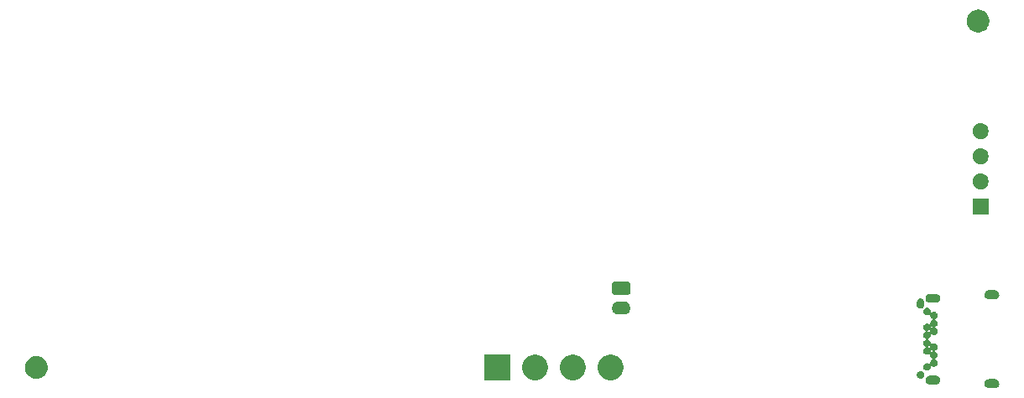
<source format=gbr>
G04 #@! TF.GenerationSoftware,KiCad,Pcbnew,(5.1.5)-3*
G04 #@! TF.CreationDate,2020-02-29T22:05:21+08:00*
G04 #@! TF.ProjectId,smartdisplay,736d6172-7464-4697-9370-6c61792e6b69,rev?*
G04 #@! TF.SameCoordinates,Original*
G04 #@! TF.FileFunction,Soldermask,Bot*
G04 #@! TF.FilePolarity,Negative*
%FSLAX46Y46*%
G04 Gerber Fmt 4.6, Leading zero omitted, Abs format (unit mm)*
G04 Created by KiCad (PCBNEW (5.1.5)-3) date 2020-02-29 22:05:21*
%MOMM*%
%LPD*%
G04 APERTURE LIST*
%ADD10C,0.100000*%
G04 APERTURE END LIST*
D10*
G36*
X199278215Y-98696511D02*
G01*
X199363040Y-98722242D01*
X199399429Y-98741693D01*
X199441216Y-98764029D01*
X199509737Y-98820263D01*
X199565971Y-98888784D01*
X199588307Y-98930571D01*
X199607758Y-98966960D01*
X199633489Y-99051785D01*
X199642177Y-99140000D01*
X199633489Y-99228215D01*
X199607758Y-99313040D01*
X199607757Y-99313041D01*
X199565971Y-99391216D01*
X199509737Y-99459737D01*
X199441216Y-99515971D01*
X199399429Y-99538307D01*
X199363040Y-99557758D01*
X199278215Y-99583489D01*
X199212106Y-99590000D01*
X198567894Y-99590000D01*
X198501785Y-99583489D01*
X198416960Y-99557758D01*
X198380571Y-99538307D01*
X198338784Y-99515971D01*
X198270263Y-99459737D01*
X198214029Y-99391216D01*
X198172243Y-99313041D01*
X198172242Y-99313040D01*
X198146511Y-99228215D01*
X198137823Y-99140000D01*
X198146511Y-99051785D01*
X198172242Y-98966960D01*
X198191693Y-98930571D01*
X198214029Y-98888784D01*
X198270263Y-98820263D01*
X198338784Y-98764029D01*
X198380571Y-98741693D01*
X198416960Y-98722242D01*
X198501785Y-98696511D01*
X198567894Y-98690000D01*
X199212106Y-98690000D01*
X199278215Y-98696511D01*
G37*
G36*
X193328215Y-98336511D02*
G01*
X193413040Y-98362242D01*
X193449429Y-98381693D01*
X193491216Y-98404029D01*
X193559737Y-98460263D01*
X193615971Y-98528784D01*
X193622651Y-98541281D01*
X193657758Y-98606960D01*
X193683489Y-98691785D01*
X193692177Y-98780000D01*
X193683489Y-98868215D01*
X193657758Y-98953040D01*
X193657757Y-98953041D01*
X193615971Y-99031216D01*
X193559737Y-99099737D01*
X193491216Y-99155971D01*
X193449429Y-99178307D01*
X193413040Y-99197758D01*
X193328215Y-99223489D01*
X193262106Y-99230000D01*
X192617894Y-99230000D01*
X192551785Y-99223489D01*
X192466960Y-99197758D01*
X192430571Y-99178307D01*
X192388784Y-99155971D01*
X192320263Y-99099737D01*
X192264029Y-99031216D01*
X192222243Y-98953041D01*
X192222242Y-98953040D01*
X192196511Y-98868215D01*
X192187823Y-98780000D01*
X192196511Y-98691785D01*
X192222242Y-98606960D01*
X192257349Y-98541281D01*
X192264029Y-98528784D01*
X192320263Y-98460263D01*
X192388784Y-98404029D01*
X192430571Y-98381693D01*
X192466960Y-98362242D01*
X192551785Y-98336511D01*
X192617894Y-98330000D01*
X193262106Y-98330000D01*
X193328215Y-98336511D01*
G37*
G36*
X150299680Y-98799680D02*
G01*
X147700320Y-98799680D01*
X147700320Y-96200320D01*
X150299680Y-96200320D01*
X150299680Y-98799680D01*
G37*
G36*
X153189101Y-96250265D02*
G01*
X153189104Y-96250266D01*
X153189103Y-96250266D01*
X153425630Y-96348238D01*
X153596155Y-96462179D01*
X153638497Y-96490471D01*
X153819529Y-96671503D01*
X153832939Y-96691573D01*
X153961762Y-96884370D01*
X153991130Y-96955272D01*
X154059735Y-97120899D01*
X154109680Y-97371991D01*
X154109680Y-97628009D01*
X154059735Y-97879101D01*
X154059734Y-97879103D01*
X153961762Y-98115630D01*
X153883283Y-98233082D01*
X153819529Y-98328497D01*
X153638497Y-98509529D01*
X153609678Y-98528785D01*
X153425630Y-98651762D01*
X153229684Y-98732925D01*
X153189101Y-98749735D01*
X152938009Y-98799680D01*
X152681991Y-98799680D01*
X152430899Y-98749735D01*
X152390316Y-98732925D01*
X152194370Y-98651762D01*
X152010322Y-98528785D01*
X151981503Y-98509529D01*
X151800471Y-98328497D01*
X151736717Y-98233082D01*
X151658238Y-98115630D01*
X151560266Y-97879103D01*
X151560265Y-97879101D01*
X151510320Y-97628009D01*
X151510320Y-97371991D01*
X151560265Y-97120899D01*
X151628870Y-96955272D01*
X151658238Y-96884370D01*
X151787061Y-96691573D01*
X151800471Y-96671503D01*
X151981503Y-96490471D01*
X152023845Y-96462179D01*
X152194370Y-96348238D01*
X152430897Y-96250266D01*
X152430896Y-96250266D01*
X152430899Y-96250265D01*
X152681991Y-96200320D01*
X152938009Y-96200320D01*
X153189101Y-96250265D01*
G37*
G36*
X156999101Y-96250265D02*
G01*
X156999104Y-96250266D01*
X156999103Y-96250266D01*
X157235630Y-96348238D01*
X157406155Y-96462179D01*
X157448497Y-96490471D01*
X157629529Y-96671503D01*
X157642939Y-96691573D01*
X157771762Y-96884370D01*
X157801130Y-96955272D01*
X157869735Y-97120899D01*
X157919680Y-97371991D01*
X157919680Y-97628009D01*
X157869735Y-97879101D01*
X157869734Y-97879103D01*
X157771762Y-98115630D01*
X157693283Y-98233082D01*
X157629529Y-98328497D01*
X157448497Y-98509529D01*
X157419678Y-98528785D01*
X157235630Y-98651762D01*
X157039684Y-98732925D01*
X156999101Y-98749735D01*
X156748009Y-98799680D01*
X156491991Y-98799680D01*
X156240899Y-98749735D01*
X156200316Y-98732925D01*
X156004370Y-98651762D01*
X155820322Y-98528785D01*
X155791503Y-98509529D01*
X155610471Y-98328497D01*
X155546717Y-98233082D01*
X155468238Y-98115630D01*
X155370266Y-97879103D01*
X155370265Y-97879101D01*
X155320320Y-97628009D01*
X155320320Y-97371991D01*
X155370265Y-97120899D01*
X155438870Y-96955272D01*
X155468238Y-96884370D01*
X155597061Y-96691573D01*
X155610471Y-96671503D01*
X155791503Y-96490471D01*
X155833845Y-96462179D01*
X156004370Y-96348238D01*
X156240897Y-96250266D01*
X156240896Y-96250266D01*
X156240899Y-96250265D01*
X156491991Y-96200320D01*
X156748009Y-96200320D01*
X156999101Y-96250265D01*
G37*
G36*
X160809101Y-96250265D02*
G01*
X160809104Y-96250266D01*
X160809103Y-96250266D01*
X161045630Y-96348238D01*
X161216155Y-96462179D01*
X161258497Y-96490471D01*
X161439529Y-96671503D01*
X161452939Y-96691573D01*
X161581762Y-96884370D01*
X161611130Y-96955272D01*
X161679735Y-97120899D01*
X161729680Y-97371991D01*
X161729680Y-97628009D01*
X161679735Y-97879101D01*
X161679734Y-97879103D01*
X161581762Y-98115630D01*
X161503283Y-98233082D01*
X161439529Y-98328497D01*
X161258497Y-98509529D01*
X161229678Y-98528785D01*
X161045630Y-98651762D01*
X160849684Y-98732925D01*
X160809101Y-98749735D01*
X160558009Y-98799680D01*
X160301991Y-98799680D01*
X160050899Y-98749735D01*
X160010316Y-98732925D01*
X159814370Y-98651762D01*
X159630322Y-98528785D01*
X159601503Y-98509529D01*
X159420471Y-98328497D01*
X159356717Y-98233082D01*
X159278238Y-98115630D01*
X159180266Y-97879103D01*
X159180265Y-97879101D01*
X159130320Y-97628009D01*
X159130320Y-97371991D01*
X159180265Y-97120899D01*
X159248870Y-96955272D01*
X159278238Y-96884370D01*
X159407061Y-96691573D01*
X159420471Y-96671503D01*
X159601503Y-96490471D01*
X159643845Y-96462179D01*
X159814370Y-96348238D01*
X160050897Y-96250266D01*
X160050896Y-96250266D01*
X160050899Y-96250265D01*
X160301991Y-96200320D01*
X160558009Y-96200320D01*
X160809101Y-96250265D01*
G37*
G36*
X102724354Y-96372097D02*
G01*
X102835443Y-96394194D01*
X102916161Y-96427629D01*
X103044728Y-96480883D01*
X103233081Y-96606736D01*
X103393264Y-96766919D01*
X103519117Y-96955272D01*
X103543056Y-97013066D01*
X103605806Y-97164557D01*
X103615035Y-97210953D01*
X103650000Y-97386733D01*
X103650000Y-97613267D01*
X103634926Y-97689047D01*
X103605806Y-97835443D01*
X103587722Y-97879101D01*
X103519117Y-98044728D01*
X103393264Y-98233081D01*
X103233081Y-98393264D01*
X103044728Y-98519117D01*
X102958039Y-98555024D01*
X102835443Y-98605806D01*
X102738948Y-98625000D01*
X102613267Y-98650000D01*
X102386733Y-98650000D01*
X102261052Y-98625000D01*
X102164557Y-98605806D01*
X102041961Y-98555024D01*
X101955272Y-98519117D01*
X101766919Y-98393264D01*
X101606736Y-98233081D01*
X101480883Y-98044728D01*
X101412278Y-97879101D01*
X101394194Y-97835443D01*
X101365074Y-97689047D01*
X101350000Y-97613267D01*
X101350000Y-97386733D01*
X101384965Y-97210953D01*
X101394194Y-97164557D01*
X101456944Y-97013066D01*
X101480883Y-96955272D01*
X101606736Y-96766919D01*
X101766919Y-96606736D01*
X101955272Y-96480883D01*
X102083839Y-96427629D01*
X102164557Y-96394194D01*
X102275646Y-96372097D01*
X102386733Y-96350000D01*
X102613267Y-96350000D01*
X102724354Y-96372097D01*
G37*
G36*
X191799383Y-97889411D02*
G01*
X191867629Y-97917680D01*
X191929048Y-97958719D01*
X191981281Y-98010952D01*
X192022320Y-98072371D01*
X192050589Y-98140617D01*
X192065000Y-98213066D01*
X192065000Y-98286934D01*
X192050589Y-98359383D01*
X192022320Y-98427629D01*
X191981281Y-98489048D01*
X191929048Y-98541281D01*
X191867629Y-98582320D01*
X191867628Y-98582321D01*
X191867627Y-98582321D01*
X191799383Y-98610589D01*
X191726935Y-98625000D01*
X191653065Y-98625000D01*
X191580617Y-98610589D01*
X191512373Y-98582321D01*
X191512372Y-98582321D01*
X191512371Y-98582320D01*
X191450952Y-98541281D01*
X191398719Y-98489048D01*
X191357680Y-98427629D01*
X191329411Y-98359383D01*
X191315000Y-98286934D01*
X191315000Y-98213066D01*
X191329411Y-98140617D01*
X191357680Y-98072371D01*
X191398719Y-98010952D01*
X191450952Y-97958719D01*
X191512371Y-97917680D01*
X191580617Y-97889411D01*
X191653065Y-97875000D01*
X191726935Y-97875000D01*
X191799383Y-97889411D01*
G37*
G36*
X192449383Y-91489411D02*
G01*
X192517629Y-91517680D01*
X192548546Y-91538338D01*
X192579047Y-91558718D01*
X192631282Y-91610953D01*
X192672321Y-91672373D01*
X192700589Y-91740617D01*
X192715000Y-91813065D01*
X192715000Y-91886935D01*
X192707989Y-91922179D01*
X192707028Y-91931933D01*
X192707989Y-91941688D01*
X192710834Y-91951067D01*
X192715454Y-91959711D01*
X192721672Y-91967288D01*
X192729248Y-91973506D01*
X192737893Y-91978127D01*
X192747272Y-91980972D01*
X192757026Y-91981933D01*
X192766781Y-91980972D01*
X192776160Y-91978127D01*
X192784804Y-91973507D01*
X192792382Y-91967289D01*
X192800953Y-91958718D01*
X192855638Y-91922179D01*
X192862371Y-91917680D01*
X192930617Y-91889411D01*
X192943070Y-91886934D01*
X193003065Y-91875000D01*
X193076935Y-91875000D01*
X193136930Y-91886934D01*
X193149383Y-91889411D01*
X193217629Y-91917680D01*
X193224362Y-91922179D01*
X193279047Y-91958718D01*
X193331282Y-92010953D01*
X193372321Y-92072373D01*
X193400589Y-92140617D01*
X193408885Y-92182321D01*
X193415000Y-92213066D01*
X193415000Y-92286934D01*
X193400589Y-92359383D01*
X193372320Y-92427629D01*
X193331281Y-92489048D01*
X193279048Y-92541281D01*
X193217629Y-92582320D01*
X193217628Y-92582321D01*
X193217627Y-92582321D01*
X193165756Y-92603807D01*
X193157112Y-92608427D01*
X193149535Y-92614645D01*
X193143317Y-92622222D01*
X193138697Y-92630866D01*
X193135852Y-92640246D01*
X193134891Y-92650000D01*
X193135852Y-92659755D01*
X193138697Y-92669134D01*
X193143317Y-92677778D01*
X193149535Y-92685355D01*
X193157112Y-92691573D01*
X193165756Y-92696193D01*
X193217629Y-92717680D01*
X193248546Y-92738338D01*
X193279047Y-92758718D01*
X193331282Y-92810953D01*
X193372321Y-92872373D01*
X193400589Y-92940617D01*
X193415000Y-93013065D01*
X193415000Y-93086935D01*
X193408884Y-93117680D01*
X193400589Y-93159383D01*
X193372320Y-93227629D01*
X193331281Y-93289048D01*
X193279048Y-93341281D01*
X193217629Y-93382320D01*
X193217628Y-93382321D01*
X193217627Y-93382321D01*
X193165756Y-93403807D01*
X193157112Y-93408427D01*
X193149535Y-93414645D01*
X193143317Y-93422222D01*
X193138697Y-93430866D01*
X193135852Y-93440246D01*
X193134891Y-93450000D01*
X193135852Y-93459755D01*
X193138697Y-93469134D01*
X193143317Y-93477778D01*
X193149535Y-93485355D01*
X193157112Y-93491573D01*
X193165756Y-93496193D01*
X193217629Y-93517680D01*
X193224362Y-93522179D01*
X193279047Y-93558718D01*
X193331282Y-93610953D01*
X193372321Y-93672373D01*
X193400589Y-93740617D01*
X193415000Y-93813065D01*
X193415000Y-93886935D01*
X193408884Y-93917680D01*
X193400589Y-93959383D01*
X193372320Y-94027629D01*
X193331281Y-94089048D01*
X193279048Y-94141281D01*
X193217629Y-94182320D01*
X193217628Y-94182321D01*
X193217627Y-94182321D01*
X193149383Y-94210589D01*
X193076935Y-94225000D01*
X193003065Y-94225000D01*
X192930617Y-94210589D01*
X192862373Y-94182321D01*
X192862372Y-94182321D01*
X192862371Y-94182320D01*
X192800952Y-94141281D01*
X192792382Y-94132711D01*
X192784805Y-94126493D01*
X192776161Y-94121873D01*
X192766781Y-94119028D01*
X192757027Y-94118067D01*
X192747273Y-94119028D01*
X192737893Y-94121873D01*
X192729249Y-94126493D01*
X192721672Y-94132711D01*
X192715454Y-94140288D01*
X192710834Y-94148932D01*
X192707989Y-94158312D01*
X192707028Y-94168066D01*
X192707989Y-94177818D01*
X192715000Y-94213066D01*
X192715000Y-94286934D01*
X192700589Y-94359383D01*
X192672320Y-94427629D01*
X192631281Y-94489048D01*
X192579048Y-94541281D01*
X192517629Y-94582320D01*
X192517628Y-94582321D01*
X192517627Y-94582321D01*
X192465756Y-94603807D01*
X192457112Y-94608427D01*
X192449535Y-94614645D01*
X192443317Y-94622222D01*
X192438697Y-94630866D01*
X192435852Y-94640246D01*
X192434891Y-94650000D01*
X192435852Y-94659755D01*
X192438697Y-94669134D01*
X192443317Y-94677778D01*
X192449535Y-94685355D01*
X192457112Y-94691573D01*
X192465756Y-94696193D01*
X192517629Y-94717680D01*
X192548546Y-94738338D01*
X192579047Y-94758718D01*
X192631282Y-94810953D01*
X192672321Y-94872373D01*
X192700589Y-94940617D01*
X192715000Y-95013065D01*
X192715000Y-95086935D01*
X192707989Y-95122179D01*
X192707028Y-95131933D01*
X192707989Y-95141688D01*
X192710834Y-95151067D01*
X192715454Y-95159711D01*
X192721672Y-95167288D01*
X192729248Y-95173506D01*
X192737893Y-95178127D01*
X192747272Y-95180972D01*
X192757026Y-95181933D01*
X192766781Y-95180972D01*
X192776160Y-95178127D01*
X192784804Y-95173507D01*
X192792382Y-95167289D01*
X192800953Y-95158718D01*
X192855638Y-95122179D01*
X192862371Y-95117680D01*
X192930617Y-95089411D01*
X192943070Y-95086934D01*
X193003065Y-95075000D01*
X193076935Y-95075000D01*
X193136930Y-95086934D01*
X193149383Y-95089411D01*
X193217629Y-95117680D01*
X193224362Y-95122179D01*
X193279047Y-95158718D01*
X193331282Y-95210953D01*
X193372321Y-95272373D01*
X193400589Y-95340617D01*
X193415000Y-95413065D01*
X193415000Y-95486935D01*
X193408884Y-95517680D01*
X193400589Y-95559383D01*
X193372320Y-95627629D01*
X193331281Y-95689048D01*
X193279048Y-95741281D01*
X193217629Y-95782320D01*
X193217628Y-95782321D01*
X193217627Y-95782321D01*
X193165756Y-95803807D01*
X193157112Y-95808427D01*
X193149535Y-95814645D01*
X193143317Y-95822222D01*
X193138697Y-95830866D01*
X193135852Y-95840246D01*
X193134891Y-95850000D01*
X193135852Y-95859755D01*
X193138697Y-95869134D01*
X193143317Y-95877778D01*
X193149535Y-95885355D01*
X193157112Y-95891573D01*
X193165756Y-95896193D01*
X193217629Y-95917680D01*
X193224362Y-95922179D01*
X193279047Y-95958718D01*
X193331282Y-96010953D01*
X193372321Y-96072373D01*
X193400589Y-96140617D01*
X193408885Y-96182321D01*
X193415000Y-96213066D01*
X193415000Y-96286934D01*
X193400589Y-96359383D01*
X193372320Y-96427629D01*
X193331281Y-96489048D01*
X193279048Y-96541281D01*
X193217629Y-96582320D01*
X193217628Y-96582321D01*
X193217627Y-96582321D01*
X193165756Y-96603807D01*
X193157112Y-96608427D01*
X193149535Y-96614645D01*
X193143317Y-96622222D01*
X193138697Y-96630866D01*
X193135852Y-96640246D01*
X193134891Y-96650000D01*
X193135852Y-96659755D01*
X193138697Y-96669134D01*
X193143317Y-96677778D01*
X193149535Y-96685355D01*
X193157112Y-96691573D01*
X193165756Y-96696193D01*
X193217629Y-96717680D01*
X193248546Y-96738338D01*
X193279047Y-96758718D01*
X193331282Y-96810953D01*
X193372321Y-96872373D01*
X193400589Y-96940617D01*
X193415000Y-97013065D01*
X193415000Y-97086935D01*
X193408884Y-97117680D01*
X193400589Y-97159383D01*
X193372320Y-97227629D01*
X193331281Y-97289048D01*
X193279048Y-97341281D01*
X193217629Y-97382320D01*
X193217628Y-97382321D01*
X193217627Y-97382321D01*
X193149383Y-97410589D01*
X193076935Y-97425000D01*
X193003065Y-97425000D01*
X192930617Y-97410589D01*
X192862373Y-97382321D01*
X192862372Y-97382321D01*
X192862371Y-97382320D01*
X192800952Y-97341281D01*
X192792382Y-97332711D01*
X192784805Y-97326493D01*
X192776161Y-97321873D01*
X192766781Y-97319028D01*
X192757027Y-97318067D01*
X192747273Y-97319028D01*
X192737893Y-97321873D01*
X192729249Y-97326493D01*
X192721672Y-97332711D01*
X192715454Y-97340288D01*
X192710834Y-97348932D01*
X192707989Y-97358312D01*
X192707028Y-97368066D01*
X192707989Y-97377818D01*
X192715000Y-97413066D01*
X192715000Y-97486934D01*
X192700589Y-97559383D01*
X192672320Y-97627629D01*
X192631281Y-97689048D01*
X192579048Y-97741281D01*
X192517629Y-97782320D01*
X192517628Y-97782321D01*
X192517627Y-97782321D01*
X192449383Y-97810589D01*
X192376935Y-97825000D01*
X192303065Y-97825000D01*
X192230617Y-97810589D01*
X192162373Y-97782321D01*
X192162372Y-97782321D01*
X192162371Y-97782320D01*
X192100952Y-97741281D01*
X192048719Y-97689048D01*
X192007680Y-97627629D01*
X191979411Y-97559383D01*
X191965000Y-97486934D01*
X191965000Y-97413066D01*
X191970238Y-97386735D01*
X191979411Y-97340617D01*
X192007679Y-97272373D01*
X192048718Y-97210953D01*
X192100953Y-97158718D01*
X192131454Y-97138338D01*
X192162371Y-97117680D01*
X192230617Y-97089411D01*
X192243070Y-97086934D01*
X192303065Y-97075000D01*
X192376935Y-97075000D01*
X192436930Y-97086934D01*
X192449383Y-97089411D01*
X192517629Y-97117680D01*
X192548546Y-97138338D01*
X192579047Y-97158718D01*
X192587618Y-97167289D01*
X192595195Y-97173507D01*
X192603839Y-97178127D01*
X192613219Y-97180972D01*
X192622973Y-97181933D01*
X192632727Y-97180972D01*
X192642107Y-97178127D01*
X192650751Y-97173507D01*
X192658328Y-97167289D01*
X192664546Y-97159712D01*
X192669166Y-97151068D01*
X192672011Y-97141688D01*
X192672972Y-97131934D01*
X192672011Y-97122179D01*
X192665000Y-97086935D01*
X192665000Y-97013065D01*
X192679411Y-96940617D01*
X192707679Y-96872373D01*
X192748718Y-96810953D01*
X192800953Y-96758718D01*
X192831454Y-96738338D01*
X192862371Y-96717680D01*
X192914244Y-96696193D01*
X192922888Y-96691573D01*
X192930465Y-96685355D01*
X192936683Y-96677778D01*
X192941303Y-96669134D01*
X192944148Y-96659754D01*
X192945109Y-96650000D01*
X192944148Y-96640245D01*
X192941303Y-96630866D01*
X192936683Y-96622222D01*
X192930465Y-96614645D01*
X192922888Y-96608427D01*
X192914244Y-96603807D01*
X192862373Y-96582321D01*
X192862372Y-96582321D01*
X192862371Y-96582320D01*
X192800952Y-96541281D01*
X192748719Y-96489048D01*
X192707680Y-96427629D01*
X192679411Y-96359383D01*
X192665000Y-96286934D01*
X192665000Y-96213066D01*
X192672011Y-96177818D01*
X192672972Y-96168067D01*
X192672011Y-96158312D01*
X192669166Y-96148933D01*
X192664546Y-96140289D01*
X192658328Y-96132712D01*
X192650752Y-96126494D01*
X192642107Y-96121873D01*
X192632728Y-96119028D01*
X192622974Y-96118067D01*
X192613219Y-96119028D01*
X192603840Y-96121873D01*
X192595196Y-96126493D01*
X192587618Y-96132711D01*
X192579048Y-96141281D01*
X192517629Y-96182320D01*
X192517628Y-96182321D01*
X192517627Y-96182321D01*
X192449383Y-96210589D01*
X192376935Y-96225000D01*
X192303065Y-96225000D01*
X192230617Y-96210589D01*
X192162373Y-96182321D01*
X192162372Y-96182321D01*
X192162371Y-96182320D01*
X192100952Y-96141281D01*
X192048719Y-96089048D01*
X192007680Y-96027629D01*
X191979411Y-95959383D01*
X191971116Y-95917680D01*
X191965000Y-95886935D01*
X191965000Y-95813065D01*
X191973950Y-95768066D01*
X192707028Y-95768066D01*
X192707989Y-95777821D01*
X192715000Y-95813065D01*
X192715000Y-95886935D01*
X192707989Y-95922179D01*
X192707028Y-95931933D01*
X192707989Y-95941688D01*
X192710834Y-95951067D01*
X192715454Y-95959711D01*
X192721672Y-95967288D01*
X192729248Y-95973506D01*
X192737893Y-95978127D01*
X192747272Y-95980972D01*
X192757026Y-95981933D01*
X192766781Y-95980972D01*
X192776160Y-95978127D01*
X192784804Y-95973507D01*
X192792382Y-95967289D01*
X192800953Y-95958718D01*
X192855638Y-95922179D01*
X192862371Y-95917680D01*
X192914244Y-95896193D01*
X192922888Y-95891573D01*
X192930465Y-95885355D01*
X192936683Y-95877778D01*
X192941303Y-95869134D01*
X192944148Y-95859754D01*
X192945109Y-95850000D01*
X192944148Y-95840245D01*
X192941303Y-95830866D01*
X192936683Y-95822222D01*
X192930465Y-95814645D01*
X192922888Y-95808427D01*
X192914244Y-95803807D01*
X192862373Y-95782321D01*
X192862372Y-95782321D01*
X192862371Y-95782320D01*
X192800952Y-95741281D01*
X192792382Y-95732711D01*
X192784805Y-95726493D01*
X192776161Y-95721873D01*
X192766781Y-95719028D01*
X192757027Y-95718067D01*
X192747273Y-95719028D01*
X192737893Y-95721873D01*
X192729249Y-95726493D01*
X192721672Y-95732711D01*
X192715454Y-95740288D01*
X192710834Y-95748932D01*
X192707989Y-95758312D01*
X192707028Y-95768066D01*
X191973950Y-95768066D01*
X191979411Y-95740617D01*
X192007679Y-95672373D01*
X192048718Y-95610953D01*
X192100953Y-95558718D01*
X192131454Y-95538338D01*
X192162371Y-95517680D01*
X192214244Y-95496193D01*
X192222888Y-95491573D01*
X192230465Y-95485355D01*
X192236683Y-95477778D01*
X192241303Y-95469134D01*
X192244148Y-95459754D01*
X192245109Y-95450000D01*
X192434891Y-95450000D01*
X192435852Y-95459755D01*
X192438697Y-95469134D01*
X192443317Y-95477778D01*
X192449535Y-95485355D01*
X192457112Y-95491573D01*
X192465756Y-95496193D01*
X192517629Y-95517680D01*
X192548546Y-95538338D01*
X192579047Y-95558718D01*
X192587618Y-95567289D01*
X192595195Y-95573507D01*
X192603839Y-95578127D01*
X192613219Y-95580972D01*
X192622973Y-95581933D01*
X192632727Y-95580972D01*
X192642107Y-95578127D01*
X192650751Y-95573507D01*
X192658328Y-95567289D01*
X192664546Y-95559712D01*
X192669166Y-95551068D01*
X192672011Y-95541688D01*
X192672972Y-95531934D01*
X192672011Y-95522179D01*
X192665000Y-95486935D01*
X192665000Y-95413065D01*
X192672011Y-95377821D01*
X192672972Y-95368067D01*
X192672011Y-95358312D01*
X192669166Y-95348933D01*
X192664546Y-95340289D01*
X192658328Y-95332712D01*
X192650752Y-95326494D01*
X192642107Y-95321873D01*
X192632728Y-95319028D01*
X192622974Y-95318067D01*
X192613219Y-95319028D01*
X192603840Y-95321873D01*
X192595196Y-95326493D01*
X192587618Y-95332711D01*
X192579048Y-95341281D01*
X192517629Y-95382320D01*
X192517628Y-95382321D01*
X192517627Y-95382321D01*
X192465756Y-95403807D01*
X192457112Y-95408427D01*
X192449535Y-95414645D01*
X192443317Y-95422222D01*
X192438697Y-95430866D01*
X192435852Y-95440246D01*
X192434891Y-95450000D01*
X192245109Y-95450000D01*
X192244148Y-95440245D01*
X192241303Y-95430866D01*
X192236683Y-95422222D01*
X192230465Y-95414645D01*
X192222888Y-95408427D01*
X192214244Y-95403807D01*
X192162373Y-95382321D01*
X192162372Y-95382321D01*
X192162371Y-95382320D01*
X192100952Y-95341281D01*
X192048719Y-95289048D01*
X192007680Y-95227629D01*
X191979411Y-95159383D01*
X191971116Y-95117680D01*
X191965000Y-95086935D01*
X191965000Y-95013065D01*
X191979411Y-94940617D01*
X192007679Y-94872373D01*
X192048718Y-94810953D01*
X192100953Y-94758718D01*
X192131454Y-94738338D01*
X192162371Y-94717680D01*
X192214244Y-94696193D01*
X192222888Y-94691573D01*
X192230465Y-94685355D01*
X192236683Y-94677778D01*
X192241303Y-94669134D01*
X192244148Y-94659754D01*
X192245109Y-94650000D01*
X192244148Y-94640245D01*
X192241303Y-94630866D01*
X192236683Y-94622222D01*
X192230465Y-94614645D01*
X192222888Y-94608427D01*
X192214244Y-94603807D01*
X192162373Y-94582321D01*
X192162372Y-94582321D01*
X192162371Y-94582320D01*
X192100952Y-94541281D01*
X192048719Y-94489048D01*
X192007680Y-94427629D01*
X191979411Y-94359383D01*
X191965000Y-94286934D01*
X191965000Y-94213066D01*
X191971116Y-94182321D01*
X191979411Y-94140617D01*
X192007679Y-94072373D01*
X192048718Y-94010953D01*
X192100953Y-93958718D01*
X192131454Y-93938338D01*
X192162371Y-93917680D01*
X192214244Y-93896193D01*
X192222888Y-93891573D01*
X192230465Y-93885355D01*
X192236683Y-93877778D01*
X192241303Y-93869134D01*
X192244148Y-93859754D01*
X192245109Y-93850000D01*
X192434891Y-93850000D01*
X192435852Y-93859755D01*
X192438697Y-93869134D01*
X192443317Y-93877778D01*
X192449535Y-93885355D01*
X192457112Y-93891573D01*
X192465756Y-93896193D01*
X192517629Y-93917680D01*
X192548546Y-93938338D01*
X192579047Y-93958718D01*
X192587618Y-93967289D01*
X192595195Y-93973507D01*
X192603839Y-93978127D01*
X192613219Y-93980972D01*
X192622973Y-93981933D01*
X192632727Y-93980972D01*
X192642107Y-93978127D01*
X192650751Y-93973507D01*
X192658328Y-93967289D01*
X192664546Y-93959712D01*
X192669166Y-93951068D01*
X192672011Y-93941688D01*
X192672972Y-93931934D01*
X192672011Y-93922179D01*
X192665000Y-93886935D01*
X192665000Y-93813065D01*
X192672011Y-93777821D01*
X192672972Y-93768067D01*
X192672011Y-93758312D01*
X192669166Y-93748933D01*
X192664546Y-93740289D01*
X192658328Y-93732712D01*
X192650752Y-93726494D01*
X192642107Y-93721873D01*
X192632728Y-93719028D01*
X192622974Y-93718067D01*
X192613219Y-93719028D01*
X192603840Y-93721873D01*
X192595196Y-93726493D01*
X192587618Y-93732711D01*
X192579048Y-93741281D01*
X192517629Y-93782320D01*
X192517628Y-93782321D01*
X192517627Y-93782321D01*
X192465756Y-93803807D01*
X192457112Y-93808427D01*
X192449535Y-93814645D01*
X192443317Y-93822222D01*
X192438697Y-93830866D01*
X192435852Y-93840246D01*
X192434891Y-93850000D01*
X192245109Y-93850000D01*
X192244148Y-93840245D01*
X192241303Y-93830866D01*
X192236683Y-93822222D01*
X192230465Y-93814645D01*
X192222888Y-93808427D01*
X192214244Y-93803807D01*
X192162373Y-93782321D01*
X192162372Y-93782321D01*
X192162371Y-93782320D01*
X192100952Y-93741281D01*
X192048719Y-93689048D01*
X192007680Y-93627629D01*
X191979411Y-93559383D01*
X191971116Y-93517680D01*
X191965000Y-93486935D01*
X191965000Y-93413065D01*
X191973950Y-93368066D01*
X192707028Y-93368066D01*
X192707989Y-93377821D01*
X192715000Y-93413065D01*
X192715000Y-93486935D01*
X192707989Y-93522179D01*
X192707028Y-93531933D01*
X192707989Y-93541688D01*
X192710834Y-93551067D01*
X192715454Y-93559711D01*
X192721672Y-93567288D01*
X192729248Y-93573506D01*
X192737893Y-93578127D01*
X192747272Y-93580972D01*
X192757026Y-93581933D01*
X192766781Y-93580972D01*
X192776160Y-93578127D01*
X192784804Y-93573507D01*
X192792382Y-93567289D01*
X192800953Y-93558718D01*
X192855638Y-93522179D01*
X192862371Y-93517680D01*
X192914244Y-93496193D01*
X192922888Y-93491573D01*
X192930465Y-93485355D01*
X192936683Y-93477778D01*
X192941303Y-93469134D01*
X192944148Y-93459754D01*
X192945109Y-93450000D01*
X192944148Y-93440245D01*
X192941303Y-93430866D01*
X192936683Y-93422222D01*
X192930465Y-93414645D01*
X192922888Y-93408427D01*
X192914244Y-93403807D01*
X192862373Y-93382321D01*
X192862372Y-93382321D01*
X192862371Y-93382320D01*
X192800952Y-93341281D01*
X192792382Y-93332711D01*
X192784805Y-93326493D01*
X192776161Y-93321873D01*
X192766781Y-93319028D01*
X192757027Y-93318067D01*
X192747273Y-93319028D01*
X192737893Y-93321873D01*
X192729249Y-93326493D01*
X192721672Y-93332711D01*
X192715454Y-93340288D01*
X192710834Y-93348932D01*
X192707989Y-93358312D01*
X192707028Y-93368066D01*
X191973950Y-93368066D01*
X191979411Y-93340617D01*
X192007679Y-93272373D01*
X192048718Y-93210953D01*
X192100953Y-93158718D01*
X192131454Y-93138338D01*
X192162371Y-93117680D01*
X192230617Y-93089411D01*
X192243070Y-93086934D01*
X192303065Y-93075000D01*
X192376935Y-93075000D01*
X192436930Y-93086934D01*
X192449383Y-93089411D01*
X192517629Y-93117680D01*
X192548546Y-93138338D01*
X192579047Y-93158718D01*
X192587618Y-93167289D01*
X192595195Y-93173507D01*
X192603839Y-93178127D01*
X192613219Y-93180972D01*
X192622973Y-93181933D01*
X192632727Y-93180972D01*
X192642107Y-93178127D01*
X192650751Y-93173507D01*
X192658328Y-93167289D01*
X192664546Y-93159712D01*
X192669166Y-93151068D01*
X192672011Y-93141688D01*
X192672972Y-93131934D01*
X192672011Y-93122179D01*
X192665000Y-93086935D01*
X192665000Y-93013065D01*
X192679411Y-92940617D01*
X192707679Y-92872373D01*
X192748718Y-92810953D01*
X192800953Y-92758718D01*
X192831454Y-92738338D01*
X192862371Y-92717680D01*
X192914244Y-92696193D01*
X192922888Y-92691573D01*
X192930465Y-92685355D01*
X192936683Y-92677778D01*
X192941303Y-92669134D01*
X192944148Y-92659754D01*
X192945109Y-92650000D01*
X192944148Y-92640245D01*
X192941303Y-92630866D01*
X192936683Y-92622222D01*
X192930465Y-92614645D01*
X192922888Y-92608427D01*
X192914244Y-92603807D01*
X192862373Y-92582321D01*
X192862372Y-92582321D01*
X192862371Y-92582320D01*
X192800952Y-92541281D01*
X192748719Y-92489048D01*
X192707680Y-92427629D01*
X192679411Y-92359383D01*
X192665000Y-92286934D01*
X192665000Y-92213066D01*
X192672011Y-92177818D01*
X192672972Y-92168067D01*
X192672011Y-92158312D01*
X192669166Y-92148933D01*
X192664546Y-92140289D01*
X192658328Y-92132712D01*
X192650752Y-92126494D01*
X192642107Y-92121873D01*
X192632728Y-92119028D01*
X192622974Y-92118067D01*
X192613219Y-92119028D01*
X192603840Y-92121873D01*
X192595196Y-92126493D01*
X192587618Y-92132711D01*
X192579048Y-92141281D01*
X192517629Y-92182320D01*
X192517628Y-92182321D01*
X192517627Y-92182321D01*
X192449383Y-92210589D01*
X192376935Y-92225000D01*
X192303065Y-92225000D01*
X192230617Y-92210589D01*
X192162373Y-92182321D01*
X192162372Y-92182321D01*
X192162371Y-92182320D01*
X192100952Y-92141281D01*
X192048719Y-92089048D01*
X192007680Y-92027629D01*
X191979411Y-91959383D01*
X191971116Y-91917680D01*
X191965000Y-91886935D01*
X191965000Y-91813065D01*
X191979411Y-91740617D01*
X192007679Y-91672373D01*
X192048718Y-91610953D01*
X192100953Y-91558718D01*
X192131454Y-91538338D01*
X192162371Y-91517680D01*
X192230617Y-91489411D01*
X192303065Y-91475000D01*
X192376935Y-91475000D01*
X192449383Y-91489411D01*
G37*
G36*
X161902422Y-90859405D02*
G01*
X162024948Y-90896573D01*
X162137868Y-90956930D01*
X162236843Y-91038157D01*
X162318070Y-91137132D01*
X162378427Y-91250052D01*
X162415595Y-91372578D01*
X162428145Y-91500000D01*
X162415595Y-91627422D01*
X162378427Y-91749948D01*
X162318070Y-91862868D01*
X162236843Y-91961843D01*
X162137868Y-92043070D01*
X162024948Y-92103427D01*
X161902422Y-92140595D01*
X161806932Y-92150000D01*
X161193068Y-92150000D01*
X161097578Y-92140595D01*
X160975052Y-92103427D01*
X160862132Y-92043070D01*
X160763157Y-91961843D01*
X160681930Y-91862868D01*
X160621573Y-91749948D01*
X160584405Y-91627422D01*
X160571855Y-91500000D01*
X160584405Y-91372578D01*
X160621573Y-91250052D01*
X160681930Y-91137132D01*
X160763157Y-91038157D01*
X160862132Y-90956930D01*
X160975052Y-90896573D01*
X161097578Y-90859405D01*
X161193068Y-90850000D01*
X161806932Y-90850000D01*
X161902422Y-90859405D01*
G37*
G36*
X191763512Y-90530426D02*
G01*
X191834199Y-90551869D01*
X191834201Y-90551870D01*
X191899344Y-90586689D01*
X191899346Y-90586691D01*
X191956448Y-90633552D01*
X192003309Y-90690653D01*
X192003310Y-90690655D01*
X192003311Y-90690656D01*
X192038130Y-90755798D01*
X192038131Y-90755800D01*
X192059574Y-90826487D01*
X192065000Y-90881581D01*
X192065000Y-91218419D01*
X192059574Y-91273513D01*
X192038131Y-91344200D01*
X192003309Y-91409347D01*
X191956448Y-91466448D01*
X191899347Y-91513309D01*
X191899345Y-91513310D01*
X191899344Y-91513311D01*
X191834202Y-91548130D01*
X191834200Y-91548131D01*
X191763513Y-91569574D01*
X191690000Y-91576814D01*
X191616488Y-91569574D01*
X191545801Y-91548131D01*
X191545799Y-91548130D01*
X191480657Y-91513311D01*
X191480656Y-91513310D01*
X191480654Y-91513309D01*
X191423553Y-91466448D01*
X191376692Y-91409347D01*
X191341869Y-91344200D01*
X191320426Y-91273513D01*
X191315000Y-91218419D01*
X191315000Y-90881582D01*
X191320426Y-90826488D01*
X191341869Y-90755801D01*
X191341871Y-90755798D01*
X191376689Y-90690656D01*
X191384402Y-90681258D01*
X191423552Y-90633552D01*
X191480653Y-90586691D01*
X191480655Y-90586690D01*
X191480656Y-90586689D01*
X191545798Y-90551870D01*
X191545800Y-90551869D01*
X191616487Y-90530426D01*
X191690000Y-90523186D01*
X191763512Y-90530426D01*
G37*
G36*
X193328215Y-90076511D02*
G01*
X193413040Y-90102242D01*
X193449429Y-90121693D01*
X193491216Y-90144029D01*
X193559737Y-90200263D01*
X193615971Y-90268784D01*
X193638307Y-90310571D01*
X193657758Y-90346960D01*
X193683489Y-90431785D01*
X193692177Y-90520000D01*
X193683489Y-90608215D01*
X193657758Y-90693040D01*
X193657757Y-90693041D01*
X193615971Y-90771216D01*
X193559737Y-90839737D01*
X193491216Y-90895971D01*
X193449429Y-90918307D01*
X193413040Y-90937758D01*
X193328215Y-90963489D01*
X193262106Y-90970000D01*
X192617894Y-90970000D01*
X192551785Y-90963489D01*
X192466960Y-90937758D01*
X192430571Y-90918307D01*
X192388784Y-90895971D01*
X192320263Y-90839737D01*
X192264029Y-90771216D01*
X192222243Y-90693041D01*
X192222242Y-90693040D01*
X192196511Y-90608215D01*
X192187823Y-90520000D01*
X192196511Y-90431785D01*
X192222242Y-90346960D01*
X192241693Y-90310571D01*
X192264029Y-90268784D01*
X192320263Y-90200263D01*
X192388784Y-90144029D01*
X192430571Y-90121693D01*
X192466960Y-90102242D01*
X192551785Y-90076511D01*
X192617894Y-90070000D01*
X193262106Y-90070000D01*
X193328215Y-90076511D01*
G37*
G36*
X199278215Y-89716511D02*
G01*
X199363040Y-89742242D01*
X199399429Y-89761693D01*
X199441216Y-89784029D01*
X199509737Y-89840263D01*
X199565971Y-89908784D01*
X199578383Y-89932005D01*
X199607758Y-89986960D01*
X199633489Y-90071785D01*
X199642177Y-90160000D01*
X199633489Y-90248215D01*
X199607758Y-90333040D01*
X199607757Y-90333041D01*
X199565971Y-90411216D01*
X199509737Y-90479737D01*
X199441216Y-90535971D01*
X199411473Y-90551869D01*
X199363040Y-90577758D01*
X199278215Y-90603489D01*
X199212106Y-90610000D01*
X198567894Y-90610000D01*
X198501785Y-90603489D01*
X198416960Y-90577758D01*
X198368527Y-90551869D01*
X198338784Y-90535971D01*
X198270263Y-90479737D01*
X198214029Y-90411216D01*
X198172243Y-90333041D01*
X198172242Y-90333040D01*
X198146511Y-90248215D01*
X198137823Y-90160000D01*
X198146511Y-90071785D01*
X198172242Y-89986960D01*
X198201617Y-89932005D01*
X198214029Y-89908784D01*
X198270263Y-89840263D01*
X198338784Y-89784029D01*
X198380571Y-89761693D01*
X198416960Y-89742242D01*
X198501785Y-89716511D01*
X198567894Y-89710000D01*
X199212106Y-89710000D01*
X199278215Y-89716511D01*
G37*
G36*
X162230432Y-88854880D02*
G01*
X162275724Y-88868620D01*
X162317463Y-88890929D01*
X162354047Y-88920953D01*
X162384071Y-88957537D01*
X162406380Y-88999276D01*
X162420120Y-89044568D01*
X162425000Y-89094120D01*
X162425000Y-89905880D01*
X162420120Y-89955432D01*
X162406380Y-90000724D01*
X162384071Y-90042463D01*
X162354047Y-90079047D01*
X162317463Y-90109071D01*
X162275724Y-90131380D01*
X162230432Y-90145120D01*
X162180880Y-90150000D01*
X160819120Y-90150000D01*
X160769568Y-90145120D01*
X160724276Y-90131380D01*
X160682537Y-90109071D01*
X160645953Y-90079047D01*
X160615929Y-90042463D01*
X160593620Y-90000724D01*
X160579880Y-89955432D01*
X160575000Y-89905880D01*
X160575000Y-89094120D01*
X160579880Y-89044568D01*
X160593620Y-88999276D01*
X160615929Y-88957537D01*
X160645953Y-88920953D01*
X160682537Y-88890929D01*
X160724276Y-88868620D01*
X160769568Y-88854880D01*
X160819120Y-88850000D01*
X162180880Y-88850000D01*
X162230432Y-88854880D01*
G37*
G36*
X198550000Y-82050000D02*
G01*
X196950000Y-82050000D01*
X196950000Y-80450000D01*
X198550000Y-80450000D01*
X198550000Y-82050000D01*
G37*
G36*
X197931832Y-77930495D02*
G01*
X197983351Y-77940743D01*
X198043656Y-77965722D01*
X198128941Y-78001048D01*
X198259969Y-78088598D01*
X198371402Y-78200031D01*
X198458952Y-78331059D01*
X198519257Y-78476650D01*
X198550000Y-78631205D01*
X198550000Y-78788795D01*
X198519257Y-78943350D01*
X198458952Y-79088941D01*
X198371402Y-79219969D01*
X198259969Y-79331402D01*
X198128941Y-79418952D01*
X198043656Y-79454278D01*
X197983351Y-79479257D01*
X197931832Y-79489505D01*
X197828795Y-79510000D01*
X197671205Y-79510000D01*
X197568168Y-79489505D01*
X197516649Y-79479257D01*
X197456344Y-79454278D01*
X197371059Y-79418952D01*
X197240031Y-79331402D01*
X197128598Y-79219969D01*
X197041048Y-79088941D01*
X196980743Y-78943350D01*
X196950000Y-78788795D01*
X196950000Y-78631205D01*
X196980743Y-78476650D01*
X197041048Y-78331059D01*
X197128598Y-78200031D01*
X197240031Y-78088598D01*
X197371059Y-78001048D01*
X197456344Y-77965722D01*
X197516649Y-77940743D01*
X197568168Y-77930495D01*
X197671205Y-77910000D01*
X197828795Y-77910000D01*
X197931832Y-77930495D01*
G37*
G36*
X197931832Y-75390495D02*
G01*
X197983351Y-75400743D01*
X198043656Y-75425722D01*
X198128941Y-75461048D01*
X198259969Y-75548598D01*
X198371402Y-75660031D01*
X198458952Y-75791059D01*
X198519257Y-75936650D01*
X198550000Y-76091205D01*
X198550000Y-76248795D01*
X198519257Y-76403350D01*
X198458952Y-76548941D01*
X198371402Y-76679969D01*
X198259969Y-76791402D01*
X198128941Y-76878952D01*
X198043656Y-76914278D01*
X197983351Y-76939257D01*
X197931832Y-76949505D01*
X197828795Y-76970000D01*
X197671205Y-76970000D01*
X197568168Y-76949505D01*
X197516649Y-76939257D01*
X197456344Y-76914278D01*
X197371059Y-76878952D01*
X197240031Y-76791402D01*
X197128598Y-76679969D01*
X197041048Y-76548941D01*
X196980743Y-76403350D01*
X196950000Y-76248795D01*
X196950000Y-76091205D01*
X196980743Y-75936650D01*
X197041048Y-75791059D01*
X197128598Y-75660031D01*
X197240031Y-75548598D01*
X197371059Y-75461048D01*
X197456344Y-75425722D01*
X197516649Y-75400743D01*
X197568168Y-75390495D01*
X197671205Y-75370000D01*
X197828795Y-75370000D01*
X197931832Y-75390495D01*
G37*
G36*
X197931832Y-72850495D02*
G01*
X197983351Y-72860743D01*
X198043656Y-72885722D01*
X198128941Y-72921048D01*
X198259969Y-73008598D01*
X198371402Y-73120031D01*
X198458952Y-73251059D01*
X198519257Y-73396650D01*
X198550000Y-73551205D01*
X198550000Y-73708795D01*
X198519257Y-73863350D01*
X198458952Y-74008941D01*
X198371402Y-74139969D01*
X198259969Y-74251402D01*
X198128941Y-74338952D01*
X198043656Y-74374278D01*
X197983351Y-74399257D01*
X197931832Y-74409505D01*
X197828795Y-74430000D01*
X197671205Y-74430000D01*
X197568168Y-74409505D01*
X197516649Y-74399257D01*
X197456344Y-74374278D01*
X197371059Y-74338952D01*
X197240031Y-74251402D01*
X197128598Y-74139969D01*
X197041048Y-74008941D01*
X196980743Y-73863350D01*
X196950000Y-73708795D01*
X196950000Y-73551205D01*
X196980743Y-73396650D01*
X197041048Y-73251059D01*
X197128598Y-73120031D01*
X197240031Y-73008598D01*
X197371059Y-72921048D01*
X197456344Y-72885722D01*
X197516649Y-72860743D01*
X197568168Y-72850495D01*
X197671205Y-72830000D01*
X197828795Y-72830000D01*
X197931832Y-72850495D01*
G37*
G36*
X197724354Y-61372097D02*
G01*
X197835443Y-61394194D01*
X197958039Y-61444976D01*
X198044728Y-61480883D01*
X198233081Y-61606736D01*
X198393264Y-61766919D01*
X198519117Y-61955272D01*
X198555024Y-62041961D01*
X198605806Y-62164557D01*
X198650000Y-62386735D01*
X198650000Y-62613265D01*
X198605806Y-62835443D01*
X198555024Y-62958039D01*
X198519117Y-63044728D01*
X198393264Y-63233081D01*
X198233081Y-63393264D01*
X198044728Y-63519117D01*
X197958039Y-63555024D01*
X197835443Y-63605806D01*
X197724354Y-63627903D01*
X197613267Y-63650000D01*
X197386733Y-63650000D01*
X197275646Y-63627903D01*
X197164557Y-63605806D01*
X197041961Y-63555024D01*
X196955272Y-63519117D01*
X196766919Y-63393264D01*
X196606736Y-63233081D01*
X196480883Y-63044728D01*
X196444976Y-62958039D01*
X196394194Y-62835443D01*
X196350000Y-62613265D01*
X196350000Y-62386735D01*
X196394194Y-62164557D01*
X196444976Y-62041961D01*
X196480883Y-61955272D01*
X196606736Y-61766919D01*
X196766919Y-61606736D01*
X196955272Y-61480883D01*
X197041961Y-61444976D01*
X197164557Y-61394194D01*
X197275646Y-61372097D01*
X197386733Y-61350000D01*
X197613267Y-61350000D01*
X197724354Y-61372097D01*
G37*
M02*

</source>
